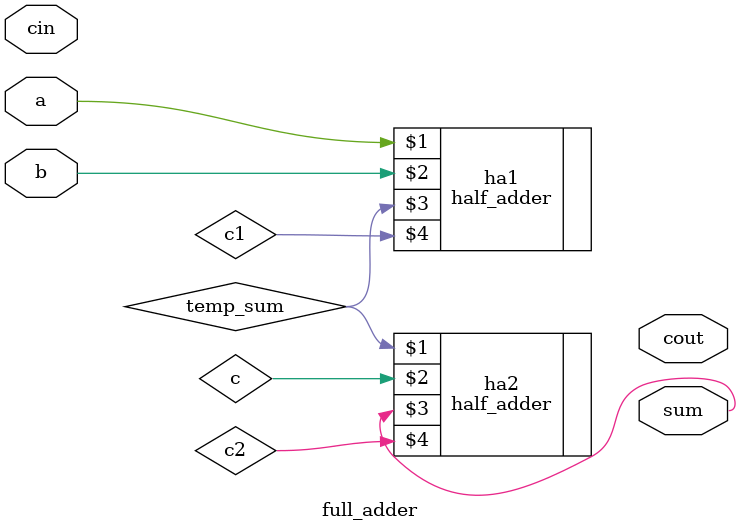
<source format=v>
`timescale 1ns / 1ps


module full_adder(
  input a, b, cin,
  output sum, cout
    );
    wire temp_sum, c1, c2;
    half_adder ha1 (a, b, temp_sum, c1);
    half_adder ha2 (temp_sum, c, sum, c2);
    
    assign carry = c1 | c2;
endmodule

</source>
